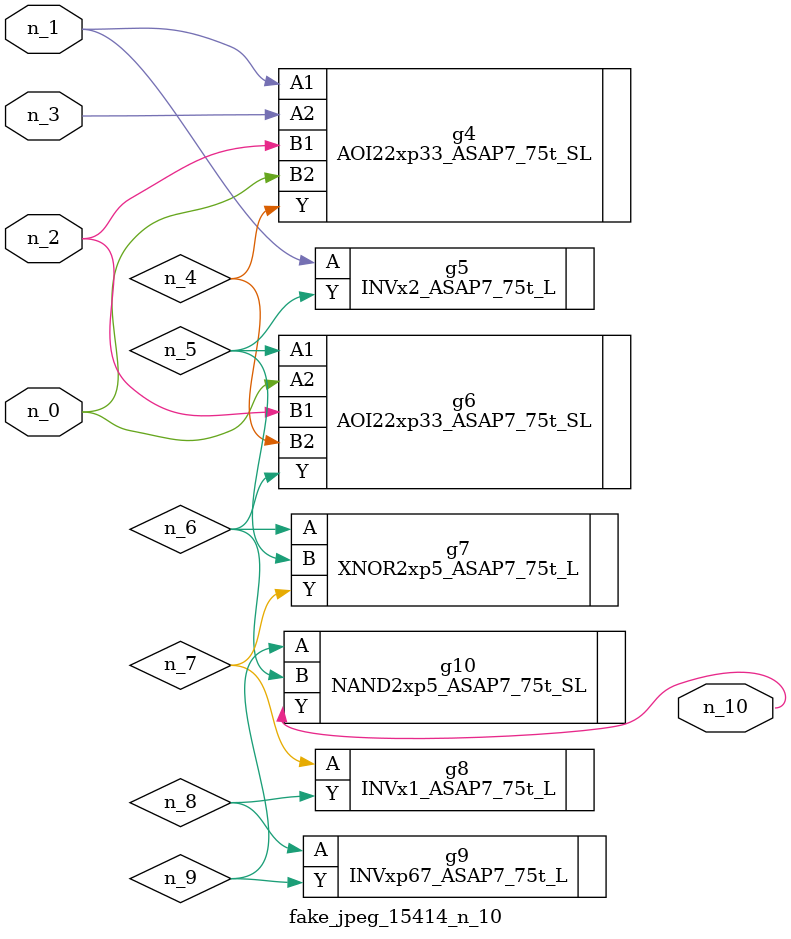
<source format=v>
module fake_jpeg_15414_n_10 (n_0, n_3, n_2, n_1, n_10);

input n_0;
input n_3;
input n_2;
input n_1;

output n_10;

wire n_4;
wire n_8;
wire n_9;
wire n_6;
wire n_5;
wire n_7;

AOI22xp33_ASAP7_75t_SL g4 ( 
.A1(n_1),
.A2(n_3),
.B1(n_2),
.B2(n_0),
.Y(n_4)
);

INVx2_ASAP7_75t_L g5 ( 
.A(n_1),
.Y(n_5)
);

AOI22xp33_ASAP7_75t_SL g6 ( 
.A1(n_5),
.A2(n_0),
.B1(n_2),
.B2(n_4),
.Y(n_6)
);

XNOR2xp5_ASAP7_75t_L g7 ( 
.A(n_6),
.B(n_5),
.Y(n_7)
);

INVx1_ASAP7_75t_L g8 ( 
.A(n_7),
.Y(n_8)
);

INVxp67_ASAP7_75t_L g9 ( 
.A(n_8),
.Y(n_9)
);

NAND2xp5_ASAP7_75t_SL g10 ( 
.A(n_9),
.B(n_6),
.Y(n_10)
);


endmodule
</source>
